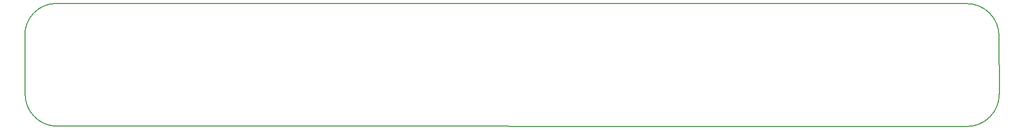
<source format=gbr>
%TF.GenerationSoftware,KiCad,Pcbnew,(6.0.0-0)*%
%TF.CreationDate,2022-08-25T01:57:31-06:00*%
%TF.ProjectId,FlippyAdapter,466c6970-7079-4416-9461-707465722e6b,A*%
%TF.SameCoordinates,Original*%
%TF.FileFunction,Profile,NP*%
%FSLAX46Y46*%
G04 Gerber Fmt 4.6, Leading zero omitted, Abs format (unit mm)*
G04 Created by KiCad (PCBNEW (6.0.0-0)) date 2022-08-25 01:57:31*
%MOMM*%
%LPD*%
G01*
G04 APERTURE LIST*
%TA.AperFunction,Profile*%
%ADD10C,0.150000*%
%TD*%
G04 APERTURE END LIST*
D10*
X232699490Y-82738490D02*
X232661000Y-72861000D01*
X227238490Y-88199490D02*
G75*
G03*
X232699490Y-82738490I0J5461000D01*
G01*
X232661000Y-72861000D02*
G75*
G03*
X227200000Y-67400000I-5461000J0D01*
G01*
X67819246Y-82574526D02*
G75*
G03*
X73280245Y-88164001I5460999J-126999D01*
G01*
X67780755Y-72825475D02*
X67819245Y-82574526D01*
X73113244Y-67364511D02*
G75*
G03*
X67780755Y-72825475I0J-5334000D01*
G01*
X73280245Y-88164001D02*
X227238490Y-88199490D01*
X227200000Y-67400000D02*
X73113244Y-67364511D01*
M02*

</source>
